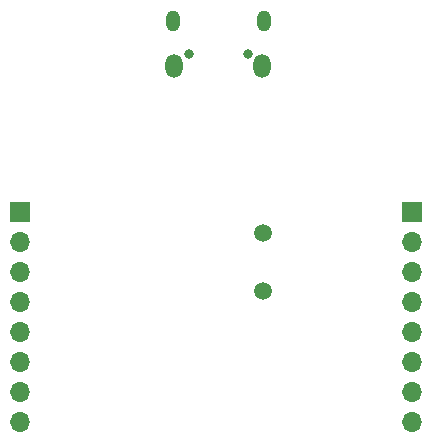
<source format=gbr>
%TF.GenerationSoftware,KiCad,Pcbnew,(5.1.12)-1*%
%TF.CreationDate,2021-12-10T16:35:34+08:00*%
%TF.ProjectId,PDIUSBD12_Module,50444955-5342-4443-9132-5f4d6f64756c,rev?*%
%TF.SameCoordinates,Original*%
%TF.FileFunction,Soldermask,Bot*%
%TF.FilePolarity,Negative*%
%FSLAX46Y46*%
G04 Gerber Fmt 4.6, Leading zero omitted, Abs format (unit mm)*
G04 Created by KiCad (PCBNEW (5.1.12)-1) date 2021-12-10 16:35:34*
%MOMM*%
%LPD*%
G01*
G04 APERTURE LIST*
%ADD10C,1.500000*%
%ADD11O,0.800000X0.800000*%
%ADD12O,1.150000X1.800000*%
%ADD13O,1.450000X2.000000*%
%ADD14O,1.700000X1.700000*%
%ADD15R,1.700000X1.700000*%
G04 APERTURE END LIST*
D10*
%TO.C,Y1*%
X23850600Y15160600D03*
X23850600Y20040600D03*
%TD*%
D11*
%TO.C,J3*%
X17540600Y35242600D03*
X22540600Y35242600D03*
D12*
X16165600Y37992600D03*
X23915600Y37992600D03*
D13*
X16315600Y34192600D03*
X23765600Y34192600D03*
%TD*%
D14*
%TO.C,J2*%
X3276600Y4038600D03*
X3276600Y6578600D03*
X3276600Y9118600D03*
X3276600Y11658600D03*
X3276600Y14198600D03*
X3276600Y16738600D03*
X3276600Y19278600D03*
D15*
X3276600Y21818600D03*
%TD*%
%TO.C,J1*%
X36474400Y21818600D03*
D14*
X36474400Y19278600D03*
X36474400Y16738600D03*
X36474400Y14198600D03*
X36474400Y11658600D03*
X36474400Y9118600D03*
X36474400Y6578600D03*
X36474400Y4038600D03*
%TD*%
M02*

</source>
